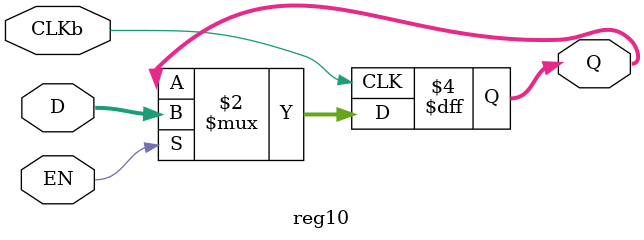
<source format=sv>

module reg10 (
    input logic [9:0] D,    // 10-bit input data
    input logic EN,          // Enable signal for the register
    input logic CLKb,        // Clock signal (negative edge triggered)
    output logic [9:0] Q     // 10-bit output data 
);

// Always block triggered on the negative edge of the clock
always_ff @(negedge CLKb) begin
    if (EN) begin
        // If enable signal (EN) is high, capture input (D) into register (Q)
        Q  <= D;     
    end
end

endmodule

</source>
